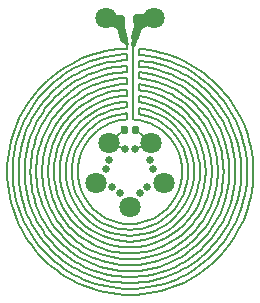
<source format=gbr>
G04 #@! TF.GenerationSoftware,KiCad,Pcbnew,5.0.2-bee76a0~70~ubuntu18.04.1*
G04 #@! TF.CreationDate,2019-06-24T09:26:36+02:00*
G04 #@! TF.ProjectId,PocketPCR_Lid,506f636b-6574-4504-9352-5f4c69642e6b,rev?*
G04 #@! TF.SameCoordinates,Original*
G04 #@! TF.FileFunction,Copper,L1,Top*
G04 #@! TF.FilePolarity,Positive*
%FSLAX46Y46*%
G04 Gerber Fmt 4.6, Leading zero omitted, Abs format (unit mm)*
G04 Created by KiCad (PCBNEW 5.0.2-bee76a0~70~ubuntu18.04.1) date Mo 24 Jun 2019 09:26:36 CEST*
%MOMM*%
%LPD*%
G01*
G04 APERTURE LIST*
G04 #@! TA.AperFunction,BGAPad,CuDef*
%ADD10C,1.800000*%
G04 #@! TD*
G04 #@! TA.AperFunction,Conductor*
%ADD11C,0.100000*%
G04 #@! TD*
G04 #@! TA.AperFunction,SMDPad,CuDef*
%ADD12C,0.590000*%
G04 #@! TD*
G04 #@! TA.AperFunction,ViaPad*
%ADD13C,0.650000*%
G04 #@! TD*
G04 #@! TA.AperFunction,Conductor*
%ADD14C,0.150000*%
G04 #@! TD*
G04 #@! TA.AperFunction,Conductor*
%ADD15C,0.650000*%
G04 #@! TD*
G04 #@! TA.AperFunction,Conductor*
%ADD16C,0.400000*%
G04 #@! TD*
G04 #@! TA.AperFunction,Conductor*
%ADD17C,0.300000*%
G04 #@! TD*
G04 APERTURE END LIST*
D10*
G04 #@! TO.P,SB2,1*
G04 #@! TO.N,N/C*
X98000000Y-87000000D03*
G04 #@! TD*
G04 #@! TO.P,SB2,1*
G04 #@! TO.N,N/C*
X102000000Y-87000000D03*
G04 #@! TD*
G04 #@! TO.P,ST2,1*
G04 #@! TO.N,Net-(NTC1-Pad1)*
X101763300Y-97572900D03*
G04 #@! TD*
G04 #@! TO.P,ST1,1*
G04 #@! TO.N,Net-(NTC1-Pad2)*
X98236600Y-97572900D03*
G04 #@! TD*
G04 #@! TO.P,HT1,1*
G04 #@! TO.N,Net-(HB1-Pad1)*
X97146800Y-100927000D03*
G04 #@! TD*
G04 #@! TO.P,HT2,1*
G04 #@! TO.N,Net-(HB1-Pad1)*
X100000000Y-103000000D03*
G04 #@! TD*
G04 #@! TO.P,CT1,1*
G04 #@! TO.N,Net-(CB1-Pad1)*
X102853000Y-100927000D03*
G04 #@! TD*
D11*
G04 #@! TO.N,Net-(NTC1-Pad2)*
G04 #@! TO.C,NTC1*
G36*
X99675958Y-96139710D02*
X99690276Y-96141834D01*
X99704317Y-96145351D01*
X99717946Y-96150228D01*
X99731031Y-96156417D01*
X99743447Y-96163858D01*
X99755073Y-96172481D01*
X99765798Y-96182202D01*
X99775519Y-96192927D01*
X99784142Y-96204553D01*
X99791583Y-96216969D01*
X99797772Y-96230054D01*
X99802649Y-96243683D01*
X99806166Y-96257724D01*
X99808290Y-96272042D01*
X99809000Y-96286500D01*
X99809000Y-96631500D01*
X99808290Y-96645958D01*
X99806166Y-96660276D01*
X99802649Y-96674317D01*
X99797772Y-96687946D01*
X99791583Y-96701031D01*
X99784142Y-96713447D01*
X99775519Y-96725073D01*
X99765798Y-96735798D01*
X99755073Y-96745519D01*
X99743447Y-96754142D01*
X99731031Y-96761583D01*
X99717946Y-96767772D01*
X99704317Y-96772649D01*
X99690276Y-96776166D01*
X99675958Y-96778290D01*
X99661500Y-96779000D01*
X99366500Y-96779000D01*
X99352042Y-96778290D01*
X99337724Y-96776166D01*
X99323683Y-96772649D01*
X99310054Y-96767772D01*
X99296969Y-96761583D01*
X99284553Y-96754142D01*
X99272927Y-96745519D01*
X99262202Y-96735798D01*
X99252481Y-96725073D01*
X99243858Y-96713447D01*
X99236417Y-96701031D01*
X99230228Y-96687946D01*
X99225351Y-96674317D01*
X99221834Y-96660276D01*
X99219710Y-96645958D01*
X99219000Y-96631500D01*
X99219000Y-96286500D01*
X99219710Y-96272042D01*
X99221834Y-96257724D01*
X99225351Y-96243683D01*
X99230228Y-96230054D01*
X99236417Y-96216969D01*
X99243858Y-96204553D01*
X99252481Y-96192927D01*
X99262202Y-96182202D01*
X99272927Y-96172481D01*
X99284553Y-96163858D01*
X99296969Y-96156417D01*
X99310054Y-96150228D01*
X99323683Y-96145351D01*
X99337724Y-96141834D01*
X99352042Y-96139710D01*
X99366500Y-96139000D01*
X99661500Y-96139000D01*
X99675958Y-96139710D01*
X99675958Y-96139710D01*
G37*
D12*
G04 #@! TD*
G04 #@! TO.P,NTC1,2*
G04 #@! TO.N,Net-(NTC1-Pad2)*
X99514000Y-96459000D03*
D11*
G04 #@! TO.N,Net-(NTC1-Pad1)*
G04 #@! TO.C,NTC1*
G36*
X100645958Y-96139710D02*
X100660276Y-96141834D01*
X100674317Y-96145351D01*
X100687946Y-96150228D01*
X100701031Y-96156417D01*
X100713447Y-96163858D01*
X100725073Y-96172481D01*
X100735798Y-96182202D01*
X100745519Y-96192927D01*
X100754142Y-96204553D01*
X100761583Y-96216969D01*
X100767772Y-96230054D01*
X100772649Y-96243683D01*
X100776166Y-96257724D01*
X100778290Y-96272042D01*
X100779000Y-96286500D01*
X100779000Y-96631500D01*
X100778290Y-96645958D01*
X100776166Y-96660276D01*
X100772649Y-96674317D01*
X100767772Y-96687946D01*
X100761583Y-96701031D01*
X100754142Y-96713447D01*
X100745519Y-96725073D01*
X100735798Y-96735798D01*
X100725073Y-96745519D01*
X100713447Y-96754142D01*
X100701031Y-96761583D01*
X100687946Y-96767772D01*
X100674317Y-96772649D01*
X100660276Y-96776166D01*
X100645958Y-96778290D01*
X100631500Y-96779000D01*
X100336500Y-96779000D01*
X100322042Y-96778290D01*
X100307724Y-96776166D01*
X100293683Y-96772649D01*
X100280054Y-96767772D01*
X100266969Y-96761583D01*
X100254553Y-96754142D01*
X100242927Y-96745519D01*
X100232202Y-96735798D01*
X100222481Y-96725073D01*
X100213858Y-96713447D01*
X100206417Y-96701031D01*
X100200228Y-96687946D01*
X100195351Y-96674317D01*
X100191834Y-96660276D01*
X100189710Y-96645958D01*
X100189000Y-96631500D01*
X100189000Y-96286500D01*
X100189710Y-96272042D01*
X100191834Y-96257724D01*
X100195351Y-96243683D01*
X100200228Y-96230054D01*
X100206417Y-96216969D01*
X100213858Y-96204553D01*
X100222481Y-96192927D01*
X100232202Y-96182202D01*
X100242927Y-96172481D01*
X100254553Y-96163858D01*
X100266969Y-96156417D01*
X100280054Y-96150228D01*
X100293683Y-96145351D01*
X100307724Y-96141834D01*
X100322042Y-96139710D01*
X100336500Y-96139000D01*
X100631500Y-96139000D01*
X100645958Y-96139710D01*
X100645958Y-96139710D01*
G37*
D12*
G04 #@! TD*
G04 #@! TO.P,NTC1,1*
G04 #@! TO.N,Net-(NTC1-Pad1)*
X100484000Y-96459000D03*
D13*
G04 #@! TO.N,*
X100628000Y-87014000D03*
X100651000Y-87747000D03*
X99244000Y-87765000D03*
X99271000Y-87040000D03*
G04 #@! TO.N,Net-(NTC1-Pad1)*
X100417000Y-98044000D03*
G04 #@! TO.N,Net-(NTC1-Pad2)*
X98268000Y-99001000D03*
X99583000Y-98045000D03*
G04 #@! TO.N,Net-(CB1-Pad1)*
X101730000Y-98999000D03*
X101990000Y-99791000D03*
G04 #@! TO.N,Net-(HB1-Pad1)*
X100813000Y-101827000D03*
X101487000Y-101338000D03*
X99187000Y-101828000D03*
X98512000Y-101338000D03*
X98011000Y-99792000D03*
G04 #@! TD*
D14*
G04 #@! TO.N,*
X90068180Y-96915910D02*
X90232000Y-96431710D01*
X100019895Y-110436120D02*
X99483665Y-110422520D01*
X96921250Y-109967520D02*
X96437080Y-109803680D01*
X107388075Y-92645960D02*
X107733105Y-93007880D01*
X107733105Y-93007880D02*
X108060615Y-93386010D01*
X108060615Y-93386010D02*
X108369955Y-93779690D01*
X108369955Y-93779690D02*
X108660475Y-94188260D01*
X108660475Y-94188260D02*
X108931515Y-94611090D01*
X108931515Y-94611090D02*
X109182415Y-95047490D01*
X109182415Y-95047490D02*
X109412535Y-95496840D01*
X109412535Y-95496840D02*
X109621205Y-95958460D01*
X109621205Y-95958460D02*
X109807785Y-96431710D01*
X109807785Y-96431710D02*
X109971605Y-96915910D01*
X109971605Y-96915910D02*
X110112025Y-97410440D01*
X110112025Y-97410440D02*
X110228375Y-97914610D01*
X110228375Y-97914610D02*
X110319975Y-98427800D01*
X110319975Y-98427800D02*
X110386275Y-98949350D01*
X110386275Y-98949350D02*
X110426475Y-99478580D01*
X110426475Y-99478580D02*
X110440075Y-100014850D01*
X90857370Y-104982220D02*
X90627250Y-104532870D01*
X89613310Y-99478580D02*
X89653510Y-98949350D01*
X96921250Y-90062190D02*
X97415730Y-89921750D01*
X93013590Y-92300900D02*
X93391690Y-91973360D01*
X110426475Y-100551120D02*
X110386275Y-101080360D01*
X90627250Y-95496840D02*
X90857370Y-95047490D01*
X103602705Y-109803690D02*
X103118535Y-109967520D01*
X102119925Y-89805390D02*
X102624055Y-89921750D01*
X90857370Y-95047490D02*
X91108270Y-94611090D01*
X89653510Y-98949350D02*
X89719810Y-98427810D01*
X107026185Y-92300910D02*
X107388075Y-92645960D01*
X99483665Y-110422520D02*
X98954490Y-110382320D01*
X109412535Y-104532870D02*
X109182415Y-104982220D01*
X89927760Y-97410440D02*
X90068180Y-96915910D01*
X91108270Y-94611090D02*
X91379310Y-94188260D01*
X109621205Y-104071250D02*
X109412535Y-104532870D01*
X94193870Y-108656270D02*
X93785330Y-108365720D01*
X108060615Y-106643700D02*
X107733105Y-107021830D01*
X103118535Y-109967520D02*
X102624055Y-110107960D01*
X91669830Y-106250020D02*
X91379310Y-105841440D01*
X106254455Y-108365720D02*
X105845915Y-108656270D01*
X109971605Y-103113800D02*
X109807785Y-103598000D01*
X106648095Y-91973360D02*
X107026185Y-92300910D01*
X89811410Y-97914610D02*
X89927760Y-97410440D01*
X101606785Y-110316020D02*
X101085295Y-110382320D01*
X98954490Y-110382320D02*
X98433000Y-110316020D01*
X97415730Y-110107960D02*
X96921250Y-109967520D01*
X93013600Y-107728800D02*
X92651710Y-107383750D01*
X93391690Y-91973360D02*
X93785330Y-91663990D01*
X101606785Y-89713690D02*
X102119925Y-89805390D01*
X93785330Y-91663990D02*
X94193870Y-91373440D01*
X90068180Y-103113800D02*
X89927760Y-102619270D01*
X95963890Y-109617100D02*
X95502310Y-109408390D01*
X102624055Y-110107960D02*
X102119925Y-110224320D01*
X106648095Y-108056340D02*
X106254455Y-108365720D01*
X89719810Y-101601900D02*
X89653510Y-101080360D01*
X104986775Y-109178260D02*
X104537475Y-109408390D01*
X95053020Y-90851450D02*
X95502310Y-90621310D01*
X108931515Y-105418610D02*
X108660475Y-105841440D01*
X105845915Y-108656270D02*
X105423135Y-108927330D01*
X106254455Y-91663990D02*
X106648095Y-91973360D01*
X104075895Y-109617100D02*
X103602705Y-109803690D01*
X93391690Y-108056340D02*
X93013600Y-107728800D01*
X98433000Y-89713690D02*
X98954490Y-89647390D01*
X92306680Y-93007880D02*
X92651710Y-92645960D01*
X91979170Y-106643700D02*
X91669830Y-106250020D01*
X95053020Y-109178260D02*
X94616650Y-108927330D01*
X110386275Y-101080360D02*
X110319975Y-101601910D01*
X110319975Y-101601910D02*
X110228375Y-102115090D01*
X91669830Y-93779700D02*
X91979170Y-93386010D01*
X92306680Y-107021830D02*
X91979170Y-106643700D01*
X94616650Y-91102370D02*
X95053020Y-90851450D01*
X89927760Y-102619270D02*
X89811410Y-102115090D01*
X110228375Y-102115090D02*
X110112025Y-102619270D01*
X95963890Y-90412610D02*
X96437080Y-90226020D01*
X92651710Y-92645960D02*
X93013590Y-92300900D01*
X90627250Y-104532870D02*
X90418580Y-104071250D01*
X100556115Y-110422520D02*
X100019895Y-110436120D01*
X94616650Y-108927330D02*
X94193870Y-108656270D01*
X95502310Y-90621310D02*
X95963890Y-90412610D01*
X101085295Y-89647390D02*
X101606785Y-89713690D01*
X89653510Y-101080360D02*
X89613310Y-100551120D01*
X103602705Y-90226030D02*
X104075895Y-90412610D01*
X91979170Y-93386010D02*
X92306680Y-93007880D01*
X97919860Y-89805390D02*
X98433000Y-89713690D01*
X91379310Y-94188260D02*
X91669830Y-93779700D01*
X96437080Y-90226020D02*
X96921250Y-90062190D01*
X94193870Y-91373440D02*
X94616650Y-91102370D01*
X109807785Y-103598000D02*
X109621205Y-104071250D01*
X104075895Y-90412610D02*
X104537475Y-90621310D01*
X90418580Y-95958460D02*
X90627250Y-95496840D01*
X91108270Y-105418610D02*
X90857370Y-104982220D01*
X101085295Y-110382320D02*
X100556115Y-110422520D01*
X96437080Y-109803680D02*
X95963890Y-109617100D01*
X105845915Y-91373440D02*
X106254455Y-91663990D01*
X104986765Y-90851450D02*
X105423135Y-91102370D01*
X89719810Y-98427810D02*
X89811410Y-97914610D01*
X89811410Y-102115090D02*
X89719810Y-101601900D01*
X90418580Y-104071250D02*
X90232000Y-103598000D01*
X104537475Y-90621310D02*
X104986765Y-90851450D01*
X103118535Y-90062190D02*
X103602705Y-90226030D01*
X108369955Y-106250010D02*
X108060615Y-106643700D01*
X104537475Y-109408390D02*
X104075895Y-109617100D01*
X92651710Y-107383750D02*
X92306680Y-107021830D01*
X89613310Y-100551120D02*
X89599710Y-100014850D01*
X105423135Y-91102370D02*
X105845915Y-91373440D01*
X97919870Y-110224320D02*
X97415730Y-110107960D01*
X90232000Y-96431710D02*
X90418580Y-95958460D01*
X109182415Y-104982220D02*
X108931515Y-105418610D01*
X105423135Y-108927330D02*
X104986775Y-109178260D01*
X110440075Y-100014850D02*
X110426475Y-100551120D01*
X89599710Y-100014850D02*
X89613310Y-99478580D01*
X95502310Y-109408390D02*
X95053020Y-109178260D01*
X102119925Y-110224320D02*
X101606785Y-110316020D01*
X107733105Y-107021830D02*
X107388075Y-107383750D01*
X98433000Y-110316020D02*
X97919870Y-110224320D01*
X102624055Y-89921750D02*
X103118535Y-90062190D01*
X93785330Y-108365720D02*
X93391690Y-108056340D01*
X107026195Y-107728810D02*
X106648095Y-108056340D01*
X110112025Y-102619270D02*
X109971605Y-103113800D01*
X108660475Y-105841440D02*
X108369955Y-106250010D01*
X97415730Y-89921750D02*
X97919860Y-89805390D01*
X91379310Y-105841440D02*
X91108270Y-105418610D01*
X107388075Y-107383750D02*
X107026195Y-107728810D01*
X90232000Y-103598000D02*
X90068180Y-103113800D01*
X95630463Y-107197730D02*
X95288635Y-106978580D01*
X95983277Y-107400590D02*
X95630463Y-107197730D01*
X96346546Y-107586650D02*
X95983277Y-107400590D01*
X92404933Y-103645030D02*
X92236215Y-103271840D01*
X92590988Y-104008300D02*
X92404933Y-103645030D01*
X92793853Y-104361110D02*
X92590988Y-104008300D01*
X105039931Y-106743700D02*
X104709619Y-106978590D01*
X105358203Y-106493590D02*
X105039931Y-106743700D01*
X105663900Y-106228790D02*
X105358203Y-106493590D01*
X99137721Y-108374010D02*
X98716084Y-108320410D01*
X99565578Y-108406510D02*
X99137721Y-108374010D01*
X99999127Y-108417510D02*
X99565578Y-108406510D01*
X101697056Y-108246310D02*
X101282171Y-108320410D01*
X102104658Y-108152210D02*
X101697056Y-108246310D01*
X102504461Y-108038680D02*
X102104658Y-108152210D01*
X93012993Y-104702940D02*
X92793853Y-104361110D01*
X93247882Y-105033260D02*
X93012993Y-104702940D01*
X93497995Y-105351530D02*
X93247882Y-105033260D01*
X91952913Y-97487120D02*
X92085369Y-97095650D01*
X91839381Y-97886920D02*
X91952913Y-97487120D01*
X91745311Y-98294520D02*
X91839381Y-97886920D01*
X101282174Y-91664600D02*
X101697060Y-91738700D01*
X91671221Y-98709410D02*
X91745311Y-98294520D01*
X91617641Y-99131040D02*
X91671221Y-98709410D01*
X91585101Y-99558900D02*
X91617641Y-99131040D01*
X93762799Y-94327680D02*
X94041764Y-94035080D01*
X93498000Y-94633370D02*
X93762799Y-94327680D01*
X93247891Y-94951640D02*
X93498000Y-94633370D01*
X96719745Y-92229540D02*
X97102337Y-92078690D01*
X96346550Y-92398260D02*
X96719745Y-92229540D01*
X95983281Y-92584310D02*
X96346550Y-92398260D01*
X94640051Y-106493580D02*
X94334356Y-106228780D01*
X94958323Y-106743690D02*
X94640051Y-106493580D01*
X95288635Y-106978580D02*
X94958323Y-106743690D01*
X104014977Y-107400600D02*
X103651708Y-107586650D01*
X104367789Y-107197730D02*
X104014977Y-107400600D01*
X104709619Y-106978590D02*
X104367789Y-107197730D01*
X91952909Y-102497780D02*
X91839381Y-102097980D01*
X92085362Y-102889250D02*
X91952909Y-102497780D01*
X92236215Y-103271840D02*
X92085362Y-102889250D01*
X95630470Y-92787180D02*
X95983281Y-92584310D01*
X95288640Y-93006320D02*
X95630470Y-92787180D01*
X94958327Y-93241210D02*
X95288640Y-93006320D01*
X100432675Y-108406510D02*
X99999127Y-108417510D01*
X100860533Y-108374010D02*
X100432675Y-108406510D01*
X101282171Y-108320410D02*
X100860533Y-108374010D01*
X93762797Y-105657220D02*
X93497995Y-105351530D01*
X94041760Y-105949820D02*
X93762797Y-105657220D01*
X94334356Y-106228780D02*
X94041760Y-105949820D01*
X107407266Y-104008310D02*
X107204403Y-104361120D01*
X107593322Y-103645040D02*
X107407266Y-104008310D01*
X107762039Y-103271850D02*
X107593322Y-103645040D01*
X102895921Y-107906220D02*
X102504461Y-108038680D01*
X103278513Y-107755370D02*
X102895921Y-107906220D01*
X103651708Y-107586650D02*
X103278513Y-107755370D01*
X92404937Y-96339870D02*
X92590993Y-95976600D01*
X92236220Y-96713060D02*
X92404937Y-96339870D01*
X92085369Y-97095650D02*
X92236220Y-96713060D01*
X108413163Y-100426010D02*
X108380623Y-100853870D01*
X108424123Y-99992460D02*
X108413163Y-100426010D01*
X107912889Y-102889260D02*
X107762039Y-103271850D01*
X108045345Y-102497790D02*
X107912889Y-102889260D01*
X108158873Y-102097990D02*
X108045345Y-102497790D01*
X108413158Y-99559010D02*
X108424118Y-99992560D01*
X108380628Y-99131150D02*
X108413158Y-99559010D01*
X108327048Y-98709510D02*
X108380628Y-99131150D01*
X108252958Y-98294630D02*
X108327048Y-98709510D01*
X106750375Y-94951750D02*
X106985264Y-95282070D01*
X106500262Y-94633480D02*
X106750375Y-94951750D01*
X106235461Y-94327790D02*
X106500262Y-94633480D01*
X105956498Y-94035190D02*
X106235461Y-94327790D01*
X108424118Y-99992560D02*
X108424123Y-99992460D01*
X94640056Y-93491320D02*
X94958327Y-93241210D01*
X94334359Y-93756120D02*
X94640056Y-93491320D01*
X94041764Y-94035080D02*
X94334359Y-93756120D01*
X108252953Y-101690390D02*
X108158873Y-102097990D01*
X108327043Y-101275500D02*
X108252953Y-101690390D01*
X108380623Y-100853870D02*
X108327043Y-101275500D01*
X104367794Y-92787280D02*
X104709622Y-93006430D01*
X104014981Y-92584420D02*
X104367794Y-92787280D01*
X103651712Y-92398370D02*
X104014981Y-92584420D01*
X103278517Y-92229650D02*
X103651712Y-92398370D01*
X96719741Y-107755360D02*
X96346546Y-107586650D01*
X97102338Y-107906220D02*
X96719741Y-107755360D01*
X97493793Y-108038670D02*
X97102338Y-107906220D01*
X98301202Y-91738600D02*
X98716087Y-91664500D01*
X97893588Y-108152210D02*
X97493793Y-108038670D01*
X98301198Y-108246310D02*
X97893588Y-108152210D01*
X98716084Y-108320410D02*
X98301198Y-108246310D01*
X105956494Y-105949830D02*
X105663900Y-106228790D01*
X106235459Y-105657230D02*
X105956494Y-105949830D01*
X106500259Y-105351540D02*
X106235459Y-105657230D01*
X91671211Y-101275500D02*
X91617631Y-100853860D01*
X91745301Y-101690380D02*
X91671211Y-101275500D01*
X91839381Y-102097980D02*
X91745301Y-101690380D01*
X91574141Y-99992450D02*
X91585101Y-99558900D01*
X91585101Y-100426000D02*
X91574141Y-99992450D01*
X91617631Y-100853860D02*
X91585101Y-100426000D01*
X106750368Y-105033270D02*
X106500259Y-105351540D01*
X106985261Y-104702950D02*
X106750368Y-105033270D01*
X107204403Y-104361120D02*
X106985261Y-104702950D01*
X97893590Y-91832700D02*
X98301202Y-91738600D01*
X97493797Y-91946230D02*
X97893590Y-91832700D01*
X97102337Y-92078690D02*
X97493797Y-91946230D01*
X107593324Y-96339980D02*
X107762042Y-96713170D01*
X107407269Y-95976710D02*
X107593324Y-96339980D01*
X107204404Y-95623900D02*
X107407269Y-95976710D01*
X106985264Y-95282070D02*
X107204404Y-95623900D01*
X105663901Y-93756230D02*
X105956498Y-94035190D01*
X105358206Y-93491430D02*
X105663901Y-93756230D01*
X105039935Y-93241320D02*
X105358206Y-93491430D01*
X104709622Y-93006430D02*
X105039935Y-93241320D01*
X93012998Y-95281960D02*
X93247891Y-94951640D01*
X92793856Y-95623790D02*
X93012998Y-95281960D01*
X92590993Y-95976600D02*
X92793856Y-95623790D01*
X102895930Y-92078800D02*
X103278517Y-92229650D01*
X102504465Y-91946340D02*
X102895930Y-92078800D01*
X102104669Y-91832800D02*
X102504465Y-91946340D01*
X101697060Y-91738700D02*
X102104669Y-91832800D01*
X108158878Y-97887030D02*
X108252958Y-98294630D01*
X108045349Y-97487230D02*
X108158878Y-97887030D01*
X107912895Y-97095760D02*
X108045349Y-97487230D01*
X107762042Y-96713170D02*
X107912895Y-97095760D01*
X97196442Y-90991240D02*
X97643693Y-90864240D01*
X92183815Y-94722880D02*
X92446584Y-94353360D01*
X93662007Y-93015940D02*
X94003989Y-92719710D01*
X91711722Y-95499970D02*
X91938663Y-95105280D01*
X91503582Y-95906350D02*
X91711722Y-95499970D01*
X91314840Y-96323840D02*
X91503582Y-95906350D01*
X92446584Y-94353360D02*
X92726382Y-93997320D01*
X90997907Y-97189770D02*
X91146085Y-96751840D01*
X90765661Y-98093000D02*
X90870901Y-97637020D01*
X93022613Y-93655340D02*
X93334686Y-93328010D01*
X90622841Y-99028810D02*
X90682781Y-98557130D01*
X90586441Y-100477470D02*
X90574181Y-99992460D01*
X90682781Y-101427790D02*
X90622841Y-100956110D01*
X91503580Y-104078570D02*
X91314838Y-103661080D01*
X91711720Y-104484960D02*
X91503580Y-104078570D01*
X91938663Y-104879640D02*
X91711720Y-104484960D01*
X92183813Y-105262040D02*
X91938663Y-104879640D01*
X92446583Y-105631560D02*
X92183813Y-105262040D01*
X92726380Y-105987610D02*
X92446583Y-105631560D01*
X93022613Y-106329590D02*
X92726380Y-105987610D01*
X93334684Y-106656910D02*
X93022613Y-106329590D01*
X93662005Y-106968990D02*
X93334684Y-106656910D01*
X94003987Y-107265220D02*
X93662005Y-106968990D01*
X107551683Y-94353370D02*
X107814453Y-94722880D01*
X108852185Y-96751840D02*
X109000361Y-97189770D01*
X108683428Y-96323840D02*
X108852185Y-96751840D01*
X109411837Y-99507450D02*
X109424097Y-99992460D01*
X108286546Y-95499970D02*
X108494685Y-95906360D01*
X95111952Y-108052940D02*
X94729552Y-107807780D01*
X108059607Y-95105280D02*
X108286546Y-95499970D01*
X96330517Y-91308170D02*
X96758519Y-91139410D01*
X109411829Y-100477470D02*
X109375429Y-100956110D01*
X107814453Y-94722880D02*
X108059607Y-95105280D01*
X95506640Y-108279880D02*
X95111952Y-108052940D01*
X108852187Y-103233080D02*
X108683432Y-103661080D01*
X106975657Y-93655340D02*
X107271886Y-93997320D01*
X90622841Y-100956110D02*
X90586441Y-100477470D01*
X99514128Y-109405140D02*
X99035488Y-109368740D01*
X106336261Y-93015940D02*
X106663582Y-93328010D01*
X100962781Y-90616190D02*
X101434461Y-90676090D01*
X91146085Y-96751840D02*
X91314840Y-96323840D01*
X101434461Y-90676090D02*
X101898590Y-90758990D01*
X92726382Y-93997320D02*
X93022613Y-93655340D01*
X90586441Y-99507450D02*
X90622841Y-99028810D01*
X105638235Y-92439910D02*
X105994279Y-92719710D01*
X103239752Y-108845520D02*
X102801829Y-108993690D01*
X102354578Y-109120690D02*
X101898593Y-109225940D01*
X107271886Y-93997320D02*
X107551683Y-94353370D01*
X102354575Y-90864250D02*
X102801826Y-90991240D01*
X109424097Y-99992460D02*
X109424089Y-99992460D01*
X101898590Y-90758990D02*
X102354575Y-90864250D01*
X104085240Y-91496910D02*
X104491626Y-91705050D01*
X96758519Y-91139410D02*
X97196442Y-90991240D01*
X105994279Y-92719710D02*
X106336261Y-93015940D01*
X103239749Y-91139420D02*
X103667751Y-91308170D01*
X95913028Y-91496910D02*
X96330517Y-91308170D01*
X91938663Y-95105280D02*
X92183815Y-94722880D01*
X109000361Y-97189770D02*
X109127365Y-97637020D01*
X108494685Y-95906360D02*
X108683428Y-96323840D01*
X104491626Y-91705050D02*
X104886314Y-91931990D01*
X105268714Y-92177140D02*
X105638235Y-92439910D01*
X109375429Y-100956110D02*
X109315489Y-101427790D01*
X90870901Y-97637020D02*
X90997907Y-97189770D01*
X98099677Y-109225940D02*
X97643692Y-109120680D01*
X106663586Y-106656910D02*
X106336263Y-106968980D01*
X95111952Y-91931990D02*
X95506642Y-91705050D01*
X104085244Y-108488020D02*
X103667754Y-108676760D01*
X109000364Y-102795150D02*
X108852187Y-103233080D01*
X91314838Y-103661080D02*
X91146082Y-103233080D01*
X108683432Y-103661080D02*
X108494689Y-104078570D01*
X94729552Y-107807780D02*
X94360034Y-107545010D01*
X101434462Y-109308840D02*
X100962782Y-109368740D01*
X108494689Y-104078570D02*
X108286550Y-104484960D01*
X95913026Y-108488020D02*
X95506640Y-108279880D01*
X90574181Y-99992460D02*
X90586441Y-99507450D01*
X94360034Y-107545010D02*
X94003987Y-107265220D01*
X108286550Y-104484960D02*
X108059611Y-104879650D01*
X109315489Y-101427790D02*
X109232609Y-101891920D01*
X100962782Y-109368740D02*
X100484141Y-109405140D01*
X94360033Y-92439910D02*
X94729554Y-92177140D01*
X102801826Y-90991240D02*
X103239749Y-91139420D01*
X104886317Y-108052940D02*
X104491630Y-108279880D01*
X104886314Y-91931990D02*
X105268714Y-92177140D01*
X108059611Y-104879650D02*
X107814457Y-105262040D01*
X91146082Y-103233080D02*
X90997906Y-102795150D01*
X107814457Y-105262040D02*
X107551685Y-105631560D01*
X90997906Y-102795150D02*
X90870903Y-102347900D01*
X107551685Y-105631560D02*
X107271890Y-105987610D01*
X109375437Y-99028810D02*
X109411837Y-99507450D01*
X96758518Y-108845510D02*
X96330516Y-108676760D01*
X95506642Y-91705050D02*
X95913028Y-91496910D01*
X90870903Y-102347900D02*
X90765661Y-101891920D01*
X109424089Y-99992460D02*
X109411829Y-100477470D01*
X106663582Y-93328010D02*
X106975657Y-93655340D01*
X103667754Y-108676760D02*
X103239752Y-108845520D01*
X107271890Y-105987610D02*
X106975659Y-106329590D01*
X96330516Y-108676760D02*
X95913026Y-108488020D01*
X93334686Y-93328010D02*
X93662007Y-93015940D01*
X90682781Y-98557130D02*
X90765661Y-98093000D01*
X106975659Y-106329590D02*
X106663586Y-106656910D01*
X98099678Y-90758990D02*
X98563808Y-90676090D01*
X109232607Y-98093000D02*
X109315497Y-98557130D01*
X105994283Y-107265220D02*
X105638239Y-107545010D01*
X98563808Y-90676090D02*
X99035487Y-90616190D01*
X109315497Y-98557130D02*
X109375437Y-99028810D01*
X105638239Y-107545010D02*
X105268718Y-107807780D01*
X94003989Y-92719710D02*
X94360033Y-92439910D01*
X105268718Y-107807780D02*
X104886317Y-108052940D01*
X94729554Y-92177140D02*
X95111952Y-91931990D01*
X104491630Y-108279880D02*
X104085244Y-108488020D01*
X103667751Y-91308170D02*
X104085240Y-91496910D01*
X102801829Y-108993690D02*
X102354578Y-109120690D01*
X90765661Y-101891920D02*
X90682781Y-101427790D01*
X101898593Y-109225940D02*
X101434462Y-109308840D01*
X97643693Y-90864240D02*
X98099678Y-90758990D01*
X109127365Y-97637020D02*
X109232607Y-98093000D01*
X106336263Y-106968980D02*
X105994283Y-107265220D01*
X97643692Y-109120680D02*
X97196441Y-108993690D01*
X109232609Y-101891920D02*
X109127370Y-102347900D01*
X109127370Y-102347900D02*
X109000364Y-102795150D01*
X100484141Y-109405140D02*
X99999135Y-109417440D01*
X99999135Y-109417440D02*
X99514128Y-109405140D01*
X99035488Y-109368740D02*
X98563807Y-109308840D01*
X98563807Y-109308840D02*
X98099677Y-109225940D01*
X97196441Y-108993690D02*
X96758518Y-108845510D01*
X96930439Y-91609110D02*
X97345129Y-91468800D01*
X96525146Y-91768910D02*
X96930439Y-91609110D01*
X95744982Y-92144740D02*
X96129808Y-91947640D01*
X95371232Y-92359640D02*
X95744982Y-92144740D01*
X95009121Y-92591780D02*
X95371232Y-92359640D01*
X94659209Y-92840610D02*
X95009121Y-92591780D01*
X94322052Y-93105570D02*
X94659209Y-92840610D01*
X93688259Y-93681600D02*
X93998217Y-93386080D01*
X92366302Y-95364570D02*
X92598448Y-95002460D01*
X92151401Y-95738320D02*
X92366302Y-95364570D01*
X91954306Y-96123140D02*
X92151401Y-95738320D01*
X91615773Y-96923770D02*
X91775577Y-96518480D01*
X91475459Y-97338460D02*
X91615773Y-96923770D01*
X91355193Y-97761980D02*
X91475459Y-97338460D01*
X91177043Y-98633280D02*
X91255533Y-98193780D01*
X91120283Y-99079940D02*
X91177043Y-98633280D01*
X91074203Y-99992460D02*
X91085813Y-99533190D01*
X91085813Y-100451740D02*
X91074203Y-99992460D01*
X91355193Y-102222940D02*
X91255533Y-101791140D01*
X91475460Y-102646460D02*
X91355193Y-102222940D01*
X93392743Y-93991550D02*
X93688259Y-93681600D01*
X91615775Y-103061150D02*
X91475460Y-102646460D01*
X91954307Y-103861780D02*
X91775578Y-103466440D01*
X92151403Y-104246600D02*
X91954307Y-103861780D01*
X92366305Y-104620350D02*
X92151403Y-104246600D01*
X92598449Y-104982460D02*
X92366305Y-104620350D01*
X93112230Y-105669530D02*
X92847278Y-105332380D01*
X93392746Y-105993360D02*
X93112230Y-105669530D01*
X96129808Y-91947640D02*
X96525146Y-91768910D01*
X93688260Y-106303320D02*
X93392746Y-105993360D01*
X93998219Y-106598840D02*
X93688260Y-106303320D01*
X94659207Y-107144310D02*
X94322053Y-106879350D01*
X108912435Y-100451740D02*
X108877965Y-100904980D01*
X108821207Y-98633280D02*
X108877967Y-99079940D01*
X108742717Y-98193780D02*
X108821207Y-98633280D01*
X92847278Y-105332380D02*
X92598449Y-104982460D01*
X108877965Y-100904980D02*
X108821205Y-101351640D01*
X101797806Y-108736090D02*
X101358305Y-108814590D01*
X107846847Y-95738320D02*
X108043942Y-96123140D01*
X108043942Y-96123140D02*
X108222671Y-96518480D01*
X107399800Y-95002460D02*
X107631944Y-95364570D01*
X108924045Y-99992460D02*
X108912435Y-100451740D01*
X108222671Y-96518480D02*
X108382474Y-96923780D01*
X92598448Y-95002460D02*
X92847279Y-94652540D01*
X108877967Y-99079940D02*
X108912437Y-99533190D01*
X91255533Y-101791140D02*
X91177043Y-101351640D01*
X100458398Y-108905890D02*
X99999125Y-108917490D01*
X91255533Y-98193780D02*
X91355193Y-97761980D01*
X91085813Y-99533190D02*
X91120283Y-99079940D01*
X108643057Y-97761980D02*
X108742717Y-98193780D01*
X107150971Y-94652540D02*
X107399800Y-95002460D01*
X101358300Y-91170330D02*
X101797805Y-91248830D01*
X96525147Y-108216010D02*
X96129806Y-108037280D01*
X101358305Y-108814590D02*
X100911645Y-108871390D01*
X92847279Y-94652540D02*
X93112229Y-94315390D01*
X106886019Y-94315390D02*
X107150971Y-94652540D01*
X94322053Y-106879350D02*
X93998219Y-106598840D01*
X101797805Y-91248830D02*
X102229595Y-91348530D01*
X108043943Y-103861780D02*
X107846847Y-104246600D01*
X93998217Y-93386080D02*
X94322052Y-93105570D01*
X105339040Y-107144310D02*
X104989127Y-107393140D01*
X98639944Y-91170330D02*
X99086604Y-91113530D01*
X108522790Y-102646460D02*
X108382476Y-103061150D01*
X106605503Y-93991560D02*
X106886019Y-94315390D01*
X97345130Y-108516120D02*
X96930444Y-108375800D01*
X108912437Y-99533190D02*
X108924045Y-99992460D01*
X103067810Y-108375810D02*
X102653120Y-108516120D01*
X91177043Y-101351640D02*
X91120283Y-100904980D01*
X105676197Y-106879350D02*
X105339040Y-107144310D01*
X99999125Y-108917490D02*
X99539850Y-108905890D01*
X108382474Y-96923780D02*
X108522789Y-97338460D01*
X97768648Y-91348530D02*
X98200443Y-91248830D01*
X103868441Y-108037280D02*
X103473103Y-108216010D01*
X105676196Y-93105570D02*
X106000031Y-93386080D01*
X103473102Y-91768910D02*
X103868443Y-91947640D01*
X103868443Y-91947640D02*
X104253266Y-92144740D01*
X104253266Y-92144740D02*
X104627013Y-92359640D01*
X104989127Y-92591780D02*
X105339042Y-92840610D01*
X93112229Y-94315390D02*
X93392743Y-93991550D01*
X91775578Y-103466440D02*
X91615775Y-103061150D01*
X107631944Y-95364570D02*
X107846847Y-95738320D01*
X106309989Y-93681600D02*
X106605503Y-93991560D01*
X102229595Y-91348530D02*
X102653119Y-91468800D01*
X104627013Y-92359640D02*
X104989127Y-92591780D01*
X102653120Y-108516120D02*
X102229601Y-108636390D01*
X108742715Y-101791140D02*
X108643055Y-102222940D01*
X102653119Y-91468800D02*
X103067805Y-91609120D01*
X104627017Y-107625280D02*
X104253267Y-107840180D01*
X108382476Y-103061150D02*
X108222672Y-103466440D01*
X108222672Y-103466440D02*
X108043943Y-103861780D01*
X107846847Y-104246600D02*
X107631946Y-104620350D01*
X91775577Y-96518480D02*
X91954306Y-96123140D01*
X108522789Y-97338460D02*
X108643057Y-97761980D01*
X104989127Y-107393140D02*
X104627017Y-107625280D01*
X103067805Y-91609120D02*
X103473102Y-91768910D01*
X107631946Y-104620350D02*
X107399801Y-104982460D01*
X104253267Y-107840180D02*
X103868441Y-108037280D01*
X98200443Y-91248830D02*
X98639944Y-91170330D01*
X108643055Y-102222940D02*
X108522790Y-102646460D01*
X103473103Y-108216010D02*
X103067810Y-108375810D01*
X106605506Y-105993370D02*
X106309990Y-106303320D01*
X96129806Y-108037280D02*
X95744983Y-107840180D01*
X105339042Y-92840610D02*
X105676196Y-93105570D01*
X96930444Y-108375800D02*
X96525147Y-108216010D01*
X97345129Y-91468800D02*
X97768648Y-91348530D01*
X95371236Y-107625280D02*
X95009123Y-107393140D01*
X106000031Y-93386080D02*
X106309989Y-93681600D01*
X106886020Y-105669530D02*
X106605506Y-105993370D01*
X106000032Y-106598840D02*
X105676197Y-106879350D01*
X102229601Y-108636390D02*
X101797806Y-108736090D01*
X100911645Y-108871390D02*
X100458398Y-108905890D01*
X91120283Y-100904980D02*
X91085813Y-100451740D01*
X108821205Y-101351640D02*
X108742715Y-101791140D01*
X107399801Y-104982460D02*
X107150970Y-105332380D01*
X99539850Y-108905890D02*
X99086605Y-108871390D01*
X99086605Y-108871390D02*
X98639949Y-108814590D01*
X98639949Y-108814590D02*
X98200444Y-108736090D01*
X106309990Y-106303320D02*
X106000032Y-106598840D01*
X98200444Y-108736090D02*
X97768654Y-108636390D01*
X97768654Y-108636390D02*
X97345130Y-108516120D01*
X95744983Y-107840180D02*
X95371236Y-107625280D01*
X107150970Y-105332380D02*
X106886020Y-105669530D01*
X95009123Y-107393140D02*
X94659207Y-107144310D01*
X98018570Y-92317020D02*
X98401982Y-92228520D01*
X96563344Y-92849010D02*
X96914389Y-92690300D01*
X97274273Y-92548400D02*
X97642499Y-92423810D01*
X95568224Y-93420980D02*
X95889765Y-93214850D01*
X96914389Y-92690300D02*
X97274273Y-92548400D01*
X95257513Y-93641920D02*
X95568224Y-93420980D01*
X94132948Y-94663910D02*
X94395354Y-94388680D01*
X98401982Y-92228520D02*
X98792245Y-92158820D01*
X93221512Y-95883090D02*
X93427647Y-95561550D01*
X92555076Y-97267600D02*
X92696973Y-96907720D01*
X93883863Y-94951460D02*
X94132948Y-94663910D01*
X92323689Y-98011900D02*
X92430481Y-97635830D01*
X92235199Y-98395310D02*
X92323689Y-98011900D01*
X92165509Y-98785570D02*
X92235199Y-98395310D01*
X92084499Y-99584640D02*
X92115109Y-99182180D01*
X92084509Y-100400280D02*
X92074189Y-99992460D01*
X92165509Y-101199350D02*
X92115109Y-100802740D01*
X94958135Y-93877190D02*
X95257513Y-93641920D01*
X92235199Y-101589610D02*
X92165509Y-101199350D01*
X92430479Y-102349090D02*
X92323689Y-101973030D01*
X92555074Y-102717320D02*
X92430479Y-102349090D01*
X92696971Y-103077200D02*
X92555074Y-102717320D01*
X92855675Y-103428250D02*
X92696971Y-103077200D01*
X93030687Y-103769960D02*
X92855675Y-103428250D01*
X93221508Y-104101830D02*
X93030687Y-103769960D01*
X92855678Y-96556670D02*
X93030689Y-96214960D01*
X93427645Y-104423370D02*
X93221508Y-104101830D01*
X92696973Y-96907720D02*
X92855678Y-96556670D01*
X93648595Y-104734080D02*
X93427645Y-104423370D01*
X94132946Y-105321010D02*
X93883861Y-105033460D01*
X95568221Y-106563940D02*
X95257514Y-106342990D01*
X107913766Y-100400280D02*
X107883156Y-100802740D01*
X94670578Y-105858650D02*
X94395352Y-105596240D01*
X103434920Y-107135910D02*
X103083876Y-107294620D01*
X107913757Y-99584640D02*
X107924067Y-99992460D01*
X94395354Y-94388680D02*
X94670582Y-94126280D01*
X98018564Y-107667900D02*
X97642496Y-107561110D01*
X107674577Y-98011890D02*
X107763067Y-98395310D01*
X93427647Y-95561550D02*
X93648595Y-95250840D01*
X107924067Y-99992460D02*
X107924076Y-99992460D01*
X103776628Y-106960900D02*
X103434920Y-107135910D01*
X99591315Y-107907100D02*
X99188852Y-107876500D01*
X107142591Y-96556670D02*
X107301295Y-96907720D01*
X97274268Y-107436520D02*
X96914386Y-107294620D01*
X106570621Y-95561550D02*
X106776758Y-95883090D01*
X101979695Y-107667900D02*
X101596283Y-107756400D01*
X106967575Y-103769960D02*
X106776752Y-104101830D01*
X99188852Y-107876500D02*
X98792237Y-107826100D01*
X94670582Y-94126280D02*
X94958135Y-93877190D01*
X92323689Y-101973030D02*
X92235199Y-101589610D01*
X101596286Y-92228520D02*
X101979701Y-92317020D01*
X107763066Y-101589610D02*
X107674576Y-101973020D01*
X101206028Y-92158820D02*
X101596286Y-92228520D01*
X96221636Y-93024020D02*
X96563344Y-92849010D01*
X106114401Y-105033460D02*
X105865316Y-105321010D01*
X107443192Y-97267600D02*
X107567787Y-97635830D01*
X92115109Y-100802740D02*
X92084509Y-100400280D01*
X95257514Y-106342990D02*
X94958133Y-106107730D01*
X107301295Y-96907720D02*
X107443192Y-97267600D01*
X105040133Y-93877190D02*
X105327688Y-94126270D01*
X105327682Y-105858640D02*
X105040129Y-106107730D01*
X102355766Y-107561110D02*
X101979695Y-107667900D01*
X102723997Y-92548400D02*
X103083879Y-92690300D01*
X96914386Y-107294620D02*
X96563340Y-107135920D01*
X106776758Y-95883090D02*
X106967579Y-96214960D01*
X95889765Y-93214850D02*
X96221636Y-93024020D01*
X107567787Y-97635830D02*
X107674577Y-98011890D01*
X93030689Y-96214960D02*
X93221512Y-95883090D01*
X93883861Y-105033460D02*
X93648595Y-104734080D01*
X106114405Y-94951460D02*
X106349671Y-95250840D01*
X105602914Y-94388680D02*
X105865320Y-94663910D01*
X104430041Y-106563940D02*
X104108500Y-106770070D01*
X105327688Y-94126270D02*
X105602914Y-94388680D01*
X103434926Y-92849000D02*
X103776632Y-93024020D01*
X105040129Y-106107730D02*
X104740751Y-106343000D01*
X100809410Y-107876500D02*
X100406947Y-107907100D01*
X92074189Y-99992460D02*
X92084499Y-99584640D01*
X101979701Y-92317020D02*
X102355769Y-92423810D01*
X107763067Y-98395310D02*
X107832757Y-98785570D01*
X102355769Y-92423810D02*
X102723997Y-92548400D01*
X103083879Y-92690300D02*
X103434926Y-92849000D01*
X106967579Y-96214960D02*
X107142591Y-96556670D01*
X107674576Y-101973020D02*
X107567783Y-102349090D01*
X105865320Y-94663910D02*
X106114405Y-94951460D01*
X94395352Y-105596240D02*
X94132946Y-105321010D01*
X107832757Y-98785570D02*
X107883157Y-99182180D01*
X106349669Y-104734080D02*
X106114401Y-105033460D01*
X104430044Y-93420980D02*
X104740751Y-93641930D01*
X107883157Y-99182180D02*
X107913757Y-99584640D01*
X104108504Y-93214840D02*
X104430044Y-93420980D01*
X93648595Y-95250840D02*
X93883863Y-94951460D01*
X103776632Y-93024020D02*
X104108504Y-93214840D01*
X97642499Y-92423810D02*
X98018570Y-92317020D01*
X104740751Y-93641930D02*
X105040133Y-93877190D01*
X107883156Y-100802740D02*
X107832756Y-101199350D01*
X107567783Y-102349090D02*
X107443188Y-102717320D01*
X100406947Y-107907100D02*
X99999131Y-107917400D01*
X107832756Y-101199350D02*
X107763066Y-101589610D01*
X107443188Y-102717320D02*
X107301291Y-103077200D01*
X106570617Y-104423370D02*
X106349669Y-104734080D01*
X92115109Y-99182180D02*
X92165509Y-98785570D01*
X107142586Y-103428250D02*
X106967575Y-103769960D01*
X92430481Y-97635830D02*
X92555076Y-97267600D01*
X98792237Y-107826100D02*
X98401979Y-107756400D01*
X105865316Y-105321010D02*
X105602910Y-105596240D01*
X95889761Y-106770080D02*
X95568221Y-106563940D01*
X105602910Y-105596240D02*
X105327682Y-105858640D01*
X104740751Y-106343000D02*
X104430041Y-106563940D01*
X104108500Y-106770070D02*
X103776628Y-106960900D01*
X107301291Y-103077200D02*
X107142586Y-103428250D01*
X103083876Y-107294620D02*
X102723991Y-107436520D01*
X106349671Y-95250840D02*
X106570621Y-95561550D01*
X102723991Y-107436520D02*
X102355766Y-107561110D01*
X97642496Y-107561110D02*
X97274268Y-107436520D01*
X101596283Y-107756400D02*
X101206020Y-107826100D01*
X101206020Y-107826100D02*
X100809410Y-107876500D01*
X94958133Y-106107730D02*
X94670578Y-105858650D01*
X106776752Y-104101830D02*
X106570617Y-104423370D01*
X99999131Y-107917400D02*
X99591315Y-107907100D01*
X98401979Y-107756400D02*
X98018564Y-107667900D01*
X96563340Y-107135920D02*
X96221634Y-106960900D01*
X107924076Y-99992460D02*
X107913766Y-100400280D01*
X96221634Y-106960900D02*
X95889761Y-106770080D01*
X102380156Y-93487740D02*
X102058400Y-93378870D01*
X102694632Y-93611730D02*
X102380156Y-93487740D01*
X103299969Y-93903340D02*
X103001380Y-93750410D01*
X103870929Y-94250210D02*
X103589964Y-94070090D01*
X104142429Y-94443280D02*
X103870929Y-94250210D01*
X104404033Y-94648850D02*
X104142429Y-94443280D01*
X104655302Y-94866510D02*
X104404033Y-94648850D01*
X105125094Y-95336300D02*
X104895799Y-95095800D01*
X105548323Y-95849170D02*
X105342746Y-95587570D01*
X106503860Y-97611440D02*
X106379868Y-97296970D01*
X106612732Y-97933200D02*
X106503860Y-97611440D01*
X106706052Y-98261810D02*
X106612732Y-97933200D01*
X106844282Y-98937860D02*
X106783382Y-98596850D01*
X106888322Y-99284430D02*
X106844282Y-98937860D01*
X106924062Y-99992460D02*
X106915062Y-99636110D01*
X106783378Y-101388070D02*
X106844278Y-101047060D01*
X106706048Y-101723100D02*
X106783378Y-101388070D01*
X106503866Y-102373480D02*
X106612738Y-102051720D01*
X106379874Y-102687950D02*
X106503866Y-102373480D01*
X106241195Y-102994700D02*
X106379874Y-102687950D01*
X106088268Y-103293290D02*
X106241195Y-102994700D01*
X105921523Y-103583290D02*
X106088268Y-103293290D01*
X105741401Y-103864250D02*
X105921523Y-103583290D01*
X105548330Y-104135750D02*
X105741401Y-103864250D01*
X104895799Y-95095800D02*
X104655302Y-94866510D01*
X105342753Y-104397360D02*
X105548330Y-104135750D01*
X106241189Y-96990220D02*
X106088261Y-96691630D01*
X104142436Y-105541650D02*
X104404040Y-105336070D01*
X93109968Y-100700490D02*
X93154008Y-101047060D01*
X93757090Y-96990220D02*
X93618412Y-97296970D01*
X93074228Y-99992460D02*
X93083228Y-100348810D01*
X93083228Y-100348810D02*
X93109968Y-100700490D01*
X103001380Y-93750410D02*
X102694632Y-93611730D01*
X93154008Y-101047060D02*
X93214908Y-101388070D01*
X103589964Y-94070090D02*
X103299969Y-93903340D01*
X93292228Y-98261820D02*
X93214908Y-98596850D01*
X102058400Y-93378870D02*
X101729783Y-93285570D01*
X93385548Y-97933200D02*
X93292228Y-98261820D01*
X106783382Y-98596850D02*
X106706052Y-98261810D01*
X93494419Y-97611440D02*
X93385548Y-97933200D01*
X102694637Y-106373190D02*
X103001387Y-106234520D01*
X106088261Y-96691630D02*
X105921520Y-96401640D01*
X94655533Y-104397360D02*
X94873189Y-104648620D01*
X106844278Y-101047060D02*
X106888318Y-100700490D01*
X94076762Y-96401640D02*
X93910019Y-96691630D01*
X96408314Y-105914850D02*
X96698311Y-106081590D01*
X106924058Y-99992460D02*
X106924062Y-99992460D01*
X100355500Y-106908360D02*
X100707177Y-106881560D01*
X106612738Y-102051720D02*
X106706048Y-101723100D01*
X93214908Y-98596850D02*
X93154008Y-98937860D01*
X94256886Y-96120670D02*
X94076762Y-96401640D01*
X93618412Y-102687950D02*
X93757091Y-102994700D01*
X93109968Y-99284430D02*
X93083228Y-99636110D01*
X94873190Y-95336300D02*
X94655534Y-95587570D01*
X94449952Y-104135760D02*
X94655533Y-104397360D01*
X97303649Y-106373190D02*
X97618125Y-106497190D01*
X95342977Y-94866510D02*
X95102481Y-95095800D01*
X98603527Y-93208270D02*
X98268490Y-93285570D01*
X103589970Y-105914850D02*
X103870936Y-105734720D01*
X93618412Y-97296970D02*
X93494419Y-97611440D01*
X98944541Y-93147370D02*
X98603527Y-93208270D01*
X102058405Y-106606060D02*
X102380166Y-106497180D01*
X105342746Y-95587570D02*
X105125094Y-95336300D01*
X94655534Y-95587570D02*
X94449953Y-95849170D01*
X93083228Y-99636110D02*
X93074228Y-99992460D01*
X93154008Y-98937860D02*
X93109968Y-99284430D01*
X97303648Y-93611730D02*
X96996900Y-93750410D01*
X95102481Y-95095800D02*
X94873190Y-95336300D01*
X93385548Y-102051720D02*
X93494421Y-102373480D01*
X101729796Y-106699360D02*
X102058405Y-106606060D01*
X98268490Y-93285570D02*
X97939880Y-93378870D01*
X105921520Y-96401640D02*
X105741394Y-96120670D01*
X97939880Y-93378870D02*
X97618118Y-93487740D01*
X93910018Y-103293290D02*
X94076763Y-103583290D01*
X103001387Y-106234520D02*
X103299975Y-106081590D01*
X97618118Y-93487740D02*
X97303648Y-93611730D01*
X101394753Y-93208270D02*
X101053737Y-93147370D01*
X96127350Y-105734720D02*
X96408314Y-105914850D01*
X93494421Y-102373480D02*
X93618412Y-102687950D01*
X95855848Y-94443270D02*
X95594247Y-94648850D01*
X98603528Y-106776660D02*
X98944549Y-106837560D01*
X105741394Y-96120670D02*
X105548323Y-95849170D01*
X93910019Y-96691630D02*
X93757090Y-96990220D01*
X94873189Y-104648620D02*
X95102480Y-104889120D01*
X106888318Y-100700490D02*
X106915058Y-100348820D01*
X98944549Y-106837560D02*
X99291109Y-106881560D01*
X94449953Y-95849170D02*
X94256886Y-96120670D01*
X96127351Y-94250210D02*
X95855848Y-94443270D01*
X95594247Y-94648850D02*
X95342977Y-94866510D01*
X102380166Y-106497180D02*
X102694637Y-106373190D01*
X93214908Y-101388070D02*
X93292228Y-101723110D01*
X106379868Y-97296970D02*
X106241189Y-96990220D01*
X103870936Y-105734720D02*
X104142436Y-105541650D01*
X96698311Y-93903340D02*
X96408318Y-94070090D01*
X93292228Y-101723110D02*
X93385548Y-102051720D01*
X106915062Y-99636110D02*
X106888322Y-99284430D01*
X93757091Y-102994700D02*
X93910018Y-103293290D01*
X101729783Y-93285570D02*
X101394753Y-93208270D01*
X95855848Y-105541650D02*
X96127350Y-105734720D01*
X98268498Y-106699360D02*
X98603528Y-106776660D01*
X95102480Y-104889120D02*
X95342980Y-105118420D01*
X106915058Y-100348820D02*
X106924058Y-99992460D01*
X104655306Y-105118420D02*
X104895806Y-104889120D01*
X96996900Y-93750410D02*
X96698311Y-93903340D01*
X99291109Y-106881560D02*
X99642787Y-106908360D01*
X104895806Y-104889120D02*
X105125101Y-104648630D01*
X95342980Y-105118420D02*
X95594246Y-105336070D01*
X99642787Y-106908360D02*
X99999143Y-106917360D01*
X105125101Y-104648630D02*
X105342753Y-104397360D01*
X95594246Y-105336070D02*
X95855848Y-105541650D01*
X99999143Y-106917360D02*
X100355500Y-106908360D01*
X96698311Y-106081590D02*
X96996902Y-106234510D01*
X100707177Y-106881560D02*
X101053742Y-106837560D01*
X94256885Y-103864250D02*
X94449952Y-104135760D01*
X96996902Y-106234510D02*
X97303649Y-106373190D01*
X104404040Y-105336070D02*
X104655306Y-105118420D01*
X97618125Y-106497190D02*
X97939881Y-106606060D01*
X97939881Y-106606060D02*
X98268498Y-106699360D01*
X96408318Y-94070090D02*
X96127351Y-94250210D01*
X101053742Y-106837560D02*
X101394758Y-106776660D01*
X101394758Y-106776660D02*
X101729796Y-106699360D01*
X94076763Y-103583290D02*
X94256885Y-103864250D01*
X103299975Y-106081590D02*
X103589970Y-105914850D01*
X101495500Y-92718380D02*
X101129865Y-92653080D01*
X101854722Y-92801280D02*
X101495500Y-92718380D01*
X102207064Y-92901340D02*
X101854722Y-92801280D01*
X102552056Y-93018070D02*
X102207064Y-92901340D01*
X102889235Y-93151020D02*
X102552056Y-93018070D01*
X103218128Y-93299710D02*
X102889235Y-93151020D01*
X104441572Y-94042600D02*
X104150467Y-93835590D01*
X104722063Y-94263020D02*
X104441572Y-94042600D01*
X104991475Y-94496390D02*
X104722063Y-94263020D01*
X105948980Y-95550010D02*
X105728555Y-95269510D01*
X105495187Y-95000100D02*
X105249336Y-94742240D01*
X106155987Y-95841110D02*
X105948980Y-95550010D01*
X106349118Y-96142360D02*
X106155987Y-95841110D01*
X106527900Y-96453300D02*
X106349118Y-96142360D01*
X106691869Y-96773450D02*
X106527900Y-96453300D01*
X106840561Y-97102340D02*
X106691869Y-96773450D01*
X105728555Y-95269510D02*
X105495187Y-95000100D01*
X107090239Y-97784510D02*
X106973507Y-97439520D01*
X107190294Y-98136850D02*
X107090239Y-97784510D01*
X107338494Y-98861720D02*
X107273204Y-98496080D01*
X107424068Y-99992460D02*
X107424094Y-99992460D01*
X107338488Y-101123200D02*
X107385698Y-100751620D01*
X107273188Y-101488840D02*
X107338488Y-101123200D01*
X106973493Y-102545400D02*
X107090225Y-102200410D01*
X106840548Y-102882580D02*
X106973493Y-102545400D01*
X106691857Y-103211480D02*
X106840548Y-102882580D01*
X106527886Y-103531630D02*
X106691857Y-103211480D01*
X106155974Y-104143810D02*
X106349105Y-103842560D01*
X105948963Y-104434920D02*
X106155974Y-104143810D01*
X105728542Y-104715410D02*
X105948963Y-104434920D01*
X105495172Y-104984820D02*
X105728542Y-104715410D01*
X104991458Y-105488530D02*
X105249323Y-105242680D01*
X104441556Y-105942320D02*
X104722049Y-105721900D01*
X92612502Y-100751610D02*
X92659722Y-101123190D01*
X92574132Y-99992450D02*
X92583832Y-100374540D01*
X106349105Y-103842560D02*
X106527886Y-103531630D01*
X96149020Y-93642450D02*
X95847767Y-93835580D01*
X95556642Y-105942320D02*
X95847747Y-106149330D01*
X96780102Y-93299700D02*
X96459954Y-93463670D01*
X107090225Y-102200410D02*
X107190278Y-101848070D01*
X93157673Y-97102330D02*
X93024726Y-97439510D01*
X107414394Y-99610370D02*
X107385714Y-99233300D01*
X93470334Y-96453290D02*
X93306363Y-96773440D01*
X98502716Y-107266540D02*
X98868352Y-107331840D01*
X94503026Y-104984810D02*
X94748877Y-105242680D01*
X93842247Y-95841100D02*
X93649119Y-96142350D01*
X97108999Y-93151010D02*
X96780102Y-93299700D01*
X99999100Y-107417640D02*
X100381187Y-107407640D01*
X92583832Y-99610370D02*
X92574132Y-99992450D01*
X93470314Y-103531620D02*
X93649098Y-103842550D01*
X94269679Y-95269500D02*
X94049255Y-95550000D01*
X98143486Y-107183640D02*
X98502716Y-107266540D01*
X101854709Y-107183640D02*
X102207049Y-107083590D01*
X93649119Y-96142350D02*
X93470334Y-96453290D01*
X94503047Y-95000090D02*
X94269679Y-95269500D01*
X93649098Y-103842550D02*
X93842226Y-104143800D01*
X94748898Y-94742230D02*
X94503047Y-95000090D01*
X106973507Y-97439520D02*
X106840561Y-97102340D01*
X92659722Y-101123190D02*
X92725012Y-101488830D01*
X95556660Y-94042590D02*
X95276171Y-94263010D01*
X94049255Y-95550000D02*
X93842247Y-95841100D01*
X92807922Y-101848060D02*
X92907975Y-102200400D01*
X95006759Y-94496380D02*
X94748898Y-94742230D01*
X98868377Y-92653080D02*
X98502734Y-92718380D01*
X92583832Y-100374540D02*
X92612502Y-100751610D01*
X107385714Y-99233300D02*
X107338494Y-98861720D01*
X93306363Y-96773440D02*
X93157673Y-97102330D01*
X104150467Y-93835590D02*
X103849214Y-93642460D01*
X107424094Y-99992460D02*
X107414394Y-99610370D01*
X98143510Y-92801280D02*
X97791170Y-92901330D01*
X93024726Y-97439510D02*
X92907995Y-97784500D01*
X100381187Y-107407640D02*
X100758257Y-107379040D01*
X97791170Y-92901330D02*
X97446173Y-93018060D01*
X104722049Y-105721900D02*
X104991458Y-105488530D01*
X95847767Y-93835580D02*
X95556660Y-94042590D01*
X97446173Y-93018060D02*
X97108999Y-93151010D01*
X92725032Y-98496070D02*
X92659732Y-98861710D01*
X95276171Y-94263010D02*
X95006759Y-94496380D01*
X92725012Y-101488830D02*
X92807922Y-101848060D01*
X93024707Y-102545390D02*
X93157652Y-102882570D01*
X102889221Y-106833910D02*
X103218117Y-106685220D01*
X92907975Y-102200400D02*
X93024707Y-102545390D01*
X96459954Y-93463670D02*
X96149020Y-93642450D01*
X93157652Y-102882570D02*
X93306342Y-103211470D01*
X93842226Y-104143800D02*
X94049235Y-104434910D01*
X92612512Y-99233290D02*
X92583832Y-99610370D01*
X93306342Y-103211470D02*
X93470314Y-103531620D01*
X92659732Y-98861710D02*
X92612512Y-99233290D01*
X94049235Y-104434910D02*
X94269658Y-104715400D01*
X94269658Y-104715400D02*
X94503026Y-104984810D01*
X94748877Y-105242680D02*
X95006742Y-105488520D01*
X95006742Y-105488520D02*
X95276151Y-105721890D01*
X95276151Y-105721890D02*
X95556642Y-105942320D01*
X95847747Y-106149330D02*
X96149000Y-106342460D01*
X107190278Y-101848070D02*
X107273188Y-101488840D01*
X96149000Y-106342460D02*
X96459934Y-106521240D01*
X101129848Y-107331840D02*
X101495484Y-107266540D01*
X103849214Y-93642460D02*
X103538280Y-93463680D01*
X103538266Y-106521250D02*
X103849202Y-106342470D01*
X92907995Y-97784500D02*
X92807942Y-98136840D01*
X103218117Y-106685220D02*
X103538266Y-106521250D01*
X96459934Y-106521240D02*
X96780087Y-106685210D01*
X107273204Y-98496080D02*
X107190294Y-98136850D01*
X105249323Y-105242680D02*
X105495172Y-104984820D01*
X97791151Y-107083580D02*
X98143486Y-107183640D01*
X96780087Y-106685210D02*
X97108979Y-106833900D01*
X97108979Y-106833900D02*
X97446159Y-106966850D01*
X92807942Y-98136840D02*
X92725032Y-98496070D01*
X104150453Y-106149340D02*
X104441556Y-105942320D01*
X98502734Y-92718380D02*
X98143510Y-92801280D01*
X97446159Y-106966850D02*
X97791151Y-107083580D01*
X98868352Y-107331840D02*
X99239943Y-107379040D01*
X107385698Y-100751620D02*
X107414368Y-100374550D01*
X99239943Y-107379040D02*
X99617013Y-107407640D01*
X103849202Y-106342470D02*
X104150453Y-106149340D01*
X107414368Y-100374550D02*
X107424068Y-99992460D01*
X99617013Y-107407640D02*
X99999100Y-107417640D01*
X103538280Y-93463680D02*
X103218128Y-93299710D01*
X100758257Y-107379040D02*
X101129848Y-107331840D01*
X102207049Y-107083590D02*
X102552047Y-106966860D01*
X101495484Y-107266540D02*
X101854709Y-107183640D01*
X105249336Y-94742240D02*
X104991475Y-94496390D01*
X102552047Y-106966860D02*
X102889221Y-106833910D01*
X101999349Y-90269140D02*
X101510601Y-90181840D01*
X102479526Y-90379960D02*
X101999349Y-90269140D01*
X103862366Y-90847450D02*
X103411661Y-90669750D01*
X104729948Y-91265390D02*
X104302004Y-91046210D01*
X105937385Y-92039240D02*
X105548262Y-91762530D01*
X106672440Y-92645830D02*
X106312319Y-92333880D01*
X107952346Y-94054190D02*
X107657704Y-93679260D01*
X108229055Y-94443320D02*
X107952346Y-94054190D01*
X108726193Y-95261630D02*
X108487212Y-94846010D01*
X109144129Y-96129220D02*
X108945373Y-95689580D01*
X109321838Y-96579930D02*
X109144129Y-96129220D01*
X109809722Y-98480980D02*
X109722442Y-97992230D01*
X109911162Y-99481720D02*
X109872832Y-98977690D01*
X109911172Y-100503200D02*
X109924092Y-99992460D01*
X109809732Y-101503940D02*
X109872842Y-101007230D01*
X109611628Y-102472860D02*
X109722452Y-101992690D01*
X109924092Y-99992460D02*
X109924072Y-99992460D01*
X109144140Y-103855700D02*
X109321849Y-103404990D01*
X108945384Y-104295340D02*
X109144140Y-103855700D01*
X108726204Y-104723290D02*
X108945384Y-104295340D01*
X108487223Y-105138910D02*
X108726204Y-104723290D01*
X107952357Y-105930720D02*
X108229066Y-105541600D01*
X107657715Y-106305660D02*
X107952357Y-105930720D01*
X107345770Y-106665780D02*
X107657715Y-106305660D01*
X107017140Y-107010470D02*
X107345770Y-106665780D01*
X106672454Y-107339100D02*
X107017140Y-107010470D01*
X105937394Y-107945680D02*
X106312330Y-107651040D01*
X90087086Y-100503200D02*
X90125416Y-101007230D01*
X90125416Y-98977690D02*
X90087086Y-99481720D01*
X90188526Y-98480990D02*
X90125416Y-98977690D01*
X108945373Y-95689580D02*
X108726193Y-95261630D01*
X90386631Y-97512060D02*
X90275806Y-97992230D01*
X91052875Y-95689580D02*
X90854119Y-96129220D01*
X91769193Y-94443320D02*
X91511036Y-94846010D01*
X91511036Y-94846010D02*
X91272055Y-95261630D01*
X93325817Y-107339090D02*
X93685938Y-107651040D01*
X101510607Y-109803080D02*
X101999359Y-109715780D01*
X102479531Y-109604960D02*
X102950513Y-109471210D01*
X109722452Y-101992690D02*
X109809732Y-101503940D01*
X92340544Y-93679260D02*
X92045902Y-94054200D01*
X91052884Y-104295340D02*
X91272064Y-104723290D01*
X93685938Y-107651040D02*
X94060873Y-107945680D01*
X97998909Y-109715780D02*
X98487657Y-109803080D01*
X107017129Y-92974450D02*
X106672440Y-92645830D01*
X92652489Y-93319140D02*
X92340544Y-93679260D01*
X108487212Y-94846010D02*
X108229055Y-94443320D01*
X106312330Y-107651040D02*
X106672454Y-107339100D01*
X93325805Y-92645820D02*
X92981119Y-92974450D01*
X90087086Y-99481720D02*
X90074176Y-99992460D01*
X105548273Y-108222390D02*
X105937394Y-107945680D01*
X90520373Y-97041080D02*
X90386631Y-97512060D01*
X103411661Y-90669750D02*
X102950503Y-90513710D01*
X90386639Y-102472860D02*
X90520382Y-102943840D01*
X105548262Y-91762530D02*
X105145576Y-91504370D01*
X97998899Y-90269140D02*
X97518727Y-90379960D01*
X109924072Y-99992460D02*
X109911162Y-99481720D01*
X109321849Y-103404990D02*
X109477886Y-102943840D01*
X98984355Y-90118740D02*
X98487651Y-90181840D01*
X101510601Y-90181840D02*
X101013893Y-90118740D01*
X90676420Y-103404990D02*
X90854128Y-103855700D01*
X109477875Y-97041080D02*
X109321838Y-96579930D01*
X92981119Y-92974450D02*
X92652489Y-93319140D01*
X109872832Y-98977690D02*
X109809722Y-98480980D01*
X97047745Y-90513710D02*
X96586589Y-90669740D01*
X104729959Y-108719530D02*
X105145586Y-108480550D01*
X95268300Y-91265390D02*
X94852672Y-91504370D01*
X94449986Y-91762530D02*
X94060865Y-92039240D01*
X90188536Y-101503930D02*
X90275816Y-101992690D01*
X90275816Y-101992690D02*
X90386639Y-102472860D01*
X92981128Y-107010470D02*
X93325817Y-107339090D01*
X90074176Y-99992460D02*
X90087086Y-100503200D01*
X90125416Y-101007230D02*
X90188536Y-101503930D01*
X96135882Y-90847450D02*
X95696244Y-91046210D01*
X94852672Y-91504370D02*
X94449986Y-91762530D01*
X91272055Y-95261630D02*
X91052875Y-95689580D01*
X91272064Y-104723290D02*
X91511045Y-105138910D01*
X94060865Y-92039240D02*
X93685929Y-92333880D01*
X94852682Y-108480550D02*
X95268309Y-108719530D01*
X90275806Y-97992230D02*
X90188526Y-98480990D01*
X90854119Y-96129220D02*
X90676410Y-96579930D01*
X91511045Y-105138910D02*
X91769202Y-105541600D01*
X107657704Y-93679260D02*
X107345760Y-93319140D01*
X97518727Y-90379960D02*
X97047745Y-90513710D01*
X105145586Y-108480550D02*
X105548273Y-108222390D01*
X96586589Y-90669740D02*
X96135882Y-90847450D01*
X102950503Y-90513710D02*
X102479526Y-90379960D01*
X90520382Y-102943840D02*
X90676420Y-103404990D01*
X93685929Y-92333880D02*
X93325805Y-92645820D01*
X105145576Y-91504370D02*
X104729948Y-91265390D01*
X90854128Y-103855700D02*
X91052884Y-104295340D01*
X104302004Y-91046210D02*
X103862366Y-90847450D01*
X106312319Y-92333880D02*
X105937385Y-92039240D01*
X90676410Y-96579930D02*
X90520373Y-97041080D01*
X91769202Y-105541600D02*
X92045911Y-105930730D01*
X92045911Y-105930730D02*
X92340553Y-106305660D01*
X92340553Y-106305660D02*
X92652497Y-106665780D01*
X109611617Y-97512060D02*
X109477875Y-97041080D01*
X92652497Y-106665780D02*
X92981128Y-107010470D01*
X94060873Y-107945680D02*
X94449995Y-108222390D01*
X109872842Y-101007230D02*
X109911172Y-100503200D01*
X94449995Y-108222390D02*
X94852682Y-108480550D01*
X107345760Y-93319140D02*
X107017129Y-92974450D01*
X97047755Y-109471210D02*
X97518732Y-109604960D01*
X95268309Y-108719530D02*
X95696254Y-108938710D01*
X109722442Y-97992230D02*
X109611617Y-97512060D01*
X96586597Y-109315170D02*
X97047755Y-109471210D01*
X95696254Y-108938710D02*
X96135892Y-109137470D01*
X97518732Y-109604960D02*
X97998909Y-109715780D01*
X98487657Y-109803080D02*
X98984365Y-109866180D01*
X103862376Y-109137470D02*
X104302014Y-108938710D01*
X98984365Y-109866180D02*
X99488397Y-109904480D01*
X99488397Y-109904480D02*
X99999134Y-109917380D01*
X108229066Y-105541600D02*
X108487223Y-105138910D01*
X99999134Y-109917380D02*
X100509871Y-109904480D01*
X98487651Y-90181840D02*
X97998899Y-90269140D01*
X100509871Y-109904480D02*
X101013903Y-109866180D01*
X95696244Y-91046210D02*
X95268300Y-91265390D01*
X101013903Y-109866180D02*
X101510607Y-109803080D01*
X101999359Y-109715780D02*
X102479531Y-109604960D01*
X102950513Y-109471210D02*
X103411669Y-109315180D01*
X109477886Y-102943840D02*
X109611628Y-102472860D01*
X96135892Y-109137470D02*
X96586597Y-109315170D01*
X103411669Y-109315180D02*
X103862376Y-109137470D01*
X92045902Y-94054200D02*
X91769193Y-94443320D01*
X104302014Y-108938710D02*
X104729959Y-108719530D01*
X98954490Y-89647390D02*
X99483665Y-89607190D01*
X99488387Y-90080440D02*
X98984355Y-90118740D01*
X99035487Y-90616190D02*
X99514128Y-90579790D01*
X99086604Y-91113530D02*
X99539851Y-91079030D01*
X98716087Y-91664500D02*
X99137725Y-91610900D01*
X99137725Y-91610900D02*
X99565583Y-91578400D01*
X98792245Y-92158820D02*
X99188855Y-92108420D01*
X99188855Y-92108420D02*
X99591318Y-92077820D01*
X99239961Y-92605880D02*
X98868377Y-92653080D01*
X99291107Y-93103370D02*
X98944541Y-93147370D01*
X100911644Y-91113530D02*
X101358300Y-91170330D01*
X101053737Y-93147370D02*
X100750000Y-93087000D01*
X101129865Y-92653080D02*
X100750000Y-92596000D01*
X100750000Y-92596000D02*
X100750000Y-93087000D01*
X101206028Y-92158820D02*
X100750000Y-92087000D01*
X101282174Y-91664600D02*
X100750000Y-91597000D01*
X100750000Y-91597000D02*
X100750000Y-92087000D01*
X100911644Y-91113530D02*
X100750000Y-91106000D01*
X100962781Y-90616190D02*
X100750000Y-90608000D01*
X100750000Y-90608000D02*
X100750000Y-91106000D01*
X101013893Y-90118740D02*
X100750000Y-90096000D01*
X101085295Y-89647390D02*
X100750000Y-89622000D01*
X100750000Y-89622000D02*
X100750000Y-90096000D01*
X97498241Y-94072390D02*
X98088541Y-93856330D01*
X96936606Y-94342940D02*
X97498241Y-94072390D01*
X96406865Y-94664770D02*
X96936606Y-94342940D01*
X94349611Y-96929930D02*
X94671436Y-96400190D01*
X94079057Y-97491570D02*
X94349611Y-96929930D01*
X93607322Y-100649380D02*
X93574152Y-99992460D01*
X93704682Y-101287320D02*
X93607322Y-100649380D01*
X102500031Y-105912540D02*
X101909731Y-106128600D01*
X104086025Y-104950290D02*
X103591408Y-105320160D01*
X105326837Y-103584730D02*
X104956969Y-104079350D01*
X105648662Y-103054990D02*
X105326837Y-103584730D01*
X105919216Y-102493360D02*
X105648662Y-103054990D01*
X106424120Y-99992460D02*
X106390950Y-100649380D01*
X106424116Y-99992460D02*
X106424120Y-99992460D01*
X106390946Y-99335540D02*
X106424116Y-99992460D01*
X105648657Y-96929930D02*
X105919211Y-97491570D01*
X105326832Y-96400190D02*
X105648657Y-96929930D01*
X104956964Y-95905580D02*
X105326832Y-96400190D01*
X104542283Y-95449310D02*
X104956964Y-95905580D01*
X103591403Y-94664770D02*
X104086020Y-95034630D01*
X100750000Y-93584000D02*
X101293992Y-93698010D01*
X100750000Y-94097000D02*
X100750000Y-93584000D01*
X105458557Y-97686160D02*
X105209055Y-97168220D01*
X105657799Y-98230530D02*
X105458557Y-97686160D01*
X105803802Y-98798350D02*
X105657799Y-98230530D01*
X105924182Y-99992460D02*
X105893592Y-99386660D01*
X105924192Y-99992460D02*
X105924182Y-99992460D01*
X105893602Y-100598260D02*
X105924192Y-99992460D01*
X105803812Y-101186570D02*
X105893602Y-100598260D01*
X105657810Y-101754390D02*
X105803812Y-101186570D01*
X105458568Y-102298760D02*
X105657810Y-101754390D01*
X105209066Y-102816700D02*
X105458568Y-102298760D01*
X103768018Y-104564520D02*
X104188779Y-104182110D01*
X99342218Y-106384320D02*
X98704277Y-106286920D01*
X99999130Y-105917540D02*
X100604933Y-105886940D01*
X104086020Y-95034630D02*
X104542283Y-95449310D01*
X99393327Y-105886940D02*
X99999130Y-105917540D01*
X98805024Y-105797140D02*
X99393327Y-105886940D01*
X97174895Y-105202400D02*
X97692830Y-105451900D01*
X96686373Y-104905610D02*
X97174895Y-105202400D01*
X105209055Y-97168220D02*
X104912271Y-96679700D01*
X94789194Y-102816700D02*
X95085978Y-103305220D01*
X94539692Y-102298760D02*
X94789194Y-102816700D01*
X94340450Y-101754390D02*
X94539692Y-102298760D01*
X94074068Y-99992460D02*
X94104658Y-100598260D01*
X94104658Y-99386660D02*
X94074068Y-99992460D01*
X94194438Y-98798350D02*
X94104658Y-99386660D01*
X94340441Y-98230530D02*
X94194438Y-98798350D01*
X100604933Y-105886940D02*
X101193236Y-105797140D01*
X94539683Y-97686160D02*
X94340441Y-98230530D01*
X94104658Y-100598260D02*
X94194448Y-101186570D01*
X95427057Y-96223570D02*
X95085969Y-96679700D01*
X95809471Y-95802810D02*
X95427057Y-96223570D01*
X96686364Y-95079310D02*
X96230233Y-95420400D01*
X97174885Y-94782520D02*
X96686364Y-95079310D01*
X99393317Y-94097980D02*
X98805014Y-94187780D01*
X99750000Y-94068000D02*
X99393317Y-94097980D01*
X101193236Y-105797140D02*
X101761061Y-105651140D01*
X96965881Y-95493850D02*
X97413185Y-95222110D01*
X96548236Y-95806160D02*
X96965881Y-95493850D01*
X96162975Y-96156310D02*
X96548236Y-95806160D01*
X95228773Y-97406520D02*
X95500517Y-96959210D01*
X95000322Y-97880750D02*
X95228773Y-97406520D01*
X94684207Y-101085820D02*
X94601997Y-100547150D01*
X94817891Y-101605730D02*
X94684207Y-101085820D01*
X96162974Y-103828620D02*
X95812825Y-103443360D01*
X94684207Y-98899100D02*
X94817891Y-98379190D01*
X97413185Y-104762820D02*
X96965881Y-104491080D01*
X97887420Y-104991270D02*
X97413185Y-104762820D01*
X94601997Y-100547150D02*
X94573987Y-99992460D01*
X98905775Y-105307390D02*
X98385859Y-105173710D01*
X94817891Y-98379190D02*
X95000322Y-97880750D01*
X96965881Y-104491080D02*
X96548235Y-104178770D01*
X96198817Y-96859750D02*
X95915304Y-97238890D01*
X102585079Y-104762820D02*
X102110844Y-104991270D01*
X96516681Y-96510020D02*
X96198817Y-96859750D01*
X101761061Y-105651140D02*
X102305430Y-105451900D01*
X97413185Y-95222110D02*
X97887420Y-94993650D01*
X100890908Y-104327480D02*
X100451554Y-104394480D01*
X101314976Y-95766480D02*
X101721519Y-95915270D01*
X93607322Y-99335540D02*
X93704682Y-98697600D01*
X96406864Y-105320160D02*
X95912247Y-104950290D01*
X99750000Y-95573000D02*
X99750000Y-95072000D01*
X93863004Y-101903060D02*
X93704682Y-101287320D01*
X98276763Y-95915270D02*
X98683306Y-95766480D01*
X97525127Y-96323250D02*
X97889962Y-96101600D01*
X97184482Y-96577980D02*
X97525127Y-96323250D01*
X97498241Y-105912540D02*
X96936605Y-105641990D01*
X94601997Y-99437770D02*
X94684207Y-98899100D01*
X99107366Y-95657440D02*
X99546719Y-95590340D01*
X104225115Y-101308300D02*
X104076319Y-101714840D01*
X98704277Y-106286920D02*
X98088541Y-106128600D01*
X100991672Y-95167600D02*
X100750000Y-95121000D01*
X104912271Y-96679700D02*
X104571183Y-96223570D01*
X95085978Y-103305220D02*
X95427066Y-103761350D01*
X96108287Y-97883280D02*
X96329930Y-97518450D01*
X95773159Y-98676620D02*
X95921955Y-98270080D01*
X95912248Y-95034630D02*
X96406865Y-94664770D01*
X98088541Y-106128600D02*
X97498241Y-105912540D01*
X104997936Y-97880750D02*
X105180367Y-98379190D01*
X99444442Y-105389590D02*
X98905775Y-105307390D01*
X95664122Y-99100680D02*
X95773159Y-98676620D01*
X103128022Y-103121350D02*
X102813791Y-103406940D01*
X95455985Y-95449310D02*
X95912248Y-95034630D01*
X104769485Y-97406520D02*
X104997936Y-97880750D01*
X95574222Y-99992460D02*
X95597072Y-99540040D01*
X102823365Y-105202400D02*
X103311887Y-104905610D01*
X98385858Y-94811220D02*
X98905774Y-94677540D01*
X99999132Y-104417380D02*
X99546710Y-104394480D01*
X94671436Y-96400190D02*
X95041304Y-95905580D01*
X104185431Y-96541570D02*
X104497741Y-96959210D01*
X101909727Y-93856330D02*
X102500027Y-94072390D01*
X95000322Y-102104170D02*
X94817891Y-101605730D01*
X97245557Y-95908640D02*
X96866419Y-96192150D01*
X95597062Y-100444880D02*
X95574222Y-99992460D01*
X102305430Y-105451900D02*
X102823365Y-105202400D01*
X97887420Y-94993650D02*
X98385858Y-94811220D01*
X100451554Y-104394480D02*
X99999132Y-104417380D01*
X95773149Y-101308300D02*
X95664112Y-100884240D01*
X100656054Y-106384320D02*
X99999136Y-106417520D01*
X102346639Y-95661950D02*
X101916130Y-95454560D01*
X96108277Y-102101640D02*
X95921945Y-101714840D01*
X93574152Y-99992460D02*
X93607322Y-99335540D01*
X96936605Y-105641990D02*
X96406864Y-105320160D01*
X99546719Y-95590340D02*
X99750000Y-95573000D01*
X96329920Y-102466470D02*
X96108277Y-102101640D01*
X104401210Y-99540040D02*
X104424060Y-99992460D01*
X93863004Y-98081870D02*
X94079057Y-97491570D01*
X95455983Y-104535610D02*
X95041303Y-104079350D01*
X96548235Y-104178770D02*
X96162974Y-103828620D01*
X105424271Y-99992460D02*
X105424277Y-99992460D01*
X96584650Y-102807120D02*
X96329920Y-102466470D01*
X93704682Y-98697600D02*
X93863004Y-98081870D01*
X95912247Y-104950290D02*
X95455983Y-104535610D01*
X99750000Y-95072000D02*
X99495583Y-95093000D01*
X105396261Y-99437770D02*
X105424271Y-99992460D01*
X104334160Y-99100680D02*
X104401210Y-99540040D01*
X95597072Y-99540040D02*
X95664122Y-99100680D01*
X103311887Y-104905610D02*
X103768018Y-104564520D01*
X98905774Y-94677540D02*
X99444440Y-94595340D01*
X99546710Y-104394480D02*
X99107356Y-104327480D01*
X95041304Y-95905580D02*
X95455985Y-95449310D01*
X104497741Y-96959210D02*
X104769485Y-97406520D01*
X97184473Y-103406940D02*
X96870242Y-103121350D01*
X100250000Y-95570000D02*
X100451563Y-95590340D01*
X104537032Y-101909460D02*
X104702642Y-101456980D01*
X97525118Y-103661670D02*
X97184473Y-103406940D01*
X106135268Y-101903060D02*
X105919216Y-102493360D01*
X101612400Y-94811220D02*
X102110838Y-94993650D01*
X98683296Y-104218440D02*
X98276754Y-104069650D01*
X96866419Y-96192150D02*
X96516681Y-96510020D01*
X102110838Y-94993650D02*
X102585073Y-95222100D01*
X98276754Y-104069650D02*
X97889953Y-103883320D01*
X94194448Y-101186570D02*
X94340450Y-101754390D01*
X95085969Y-96679700D02*
X94789185Y-97168220D01*
X104076319Y-101714840D02*
X103889987Y-102101640D01*
X103889987Y-102101640D02*
X103668344Y-102466470D01*
X104076327Y-98270080D02*
X104225123Y-98676620D01*
X101293992Y-93698010D02*
X101909727Y-93856330D01*
X97651617Y-95661950D02*
X97245557Y-95908640D01*
X101721510Y-104069650D02*
X101314968Y-104218440D01*
X95664112Y-100884240D02*
X95597062Y-100444880D01*
X100890916Y-95657440D02*
X101314976Y-95766480D01*
X106293586Y-98697600D02*
X106390946Y-99335540D01*
X104225123Y-98676620D02*
X104334160Y-99100680D01*
X103413614Y-102807120D02*
X103128022Y-103121350D01*
X103768007Y-95420400D02*
X103311876Y-95079310D01*
X96230242Y-104564520D02*
X96686373Y-104905610D01*
X96870252Y-96863570D02*
X97184482Y-96577980D01*
X95668615Y-102339970D02*
X95915303Y-102746030D01*
X104571183Y-96223570D02*
X104188769Y-95802810D01*
X95427066Y-103761350D02*
X95809481Y-104182110D01*
X96329930Y-97518450D02*
X96584659Y-97177800D01*
X103668352Y-97518450D02*
X103889995Y-97883280D01*
X103835290Y-103828620D02*
X103450029Y-104178770D01*
X94789185Y-97168220D02*
X94539683Y-97686160D01*
X104401202Y-100444880D02*
X104334152Y-100884240D01*
X100553822Y-105389590D02*
X99999132Y-105417590D01*
X103128030Y-96863570D02*
X103413623Y-97177800D01*
X104188779Y-104182110D02*
X104571194Y-103761350D01*
X99107356Y-104327480D02*
X98683296Y-104218440D01*
X96870242Y-103121350D02*
X96584650Y-102807120D01*
X102473155Y-96323250D02*
X102813800Y-96577980D01*
X100991675Y-104817330D02*
X101463653Y-104695970D01*
X95921955Y-98270080D02*
X96108287Y-97883280D01*
X95915304Y-97238890D02*
X95668615Y-97644950D01*
X103061667Y-105641990D02*
X102500031Y-105912540D01*
X101721519Y-95915270D02*
X102108320Y-96101600D01*
X104334152Y-100884240D02*
X104225115Y-101308300D01*
X95921945Y-101714840D02*
X95773149Y-101308300D01*
X103668344Y-102466470D02*
X103413614Y-102807120D01*
X104912282Y-103305220D02*
X105209066Y-102816700D01*
X95500517Y-96959210D02*
X95812827Y-96541570D01*
X103481580Y-103474910D02*
X103799444Y-103125170D01*
X104424060Y-99992460D02*
X104424052Y-99992460D01*
X102473146Y-103661670D02*
X102108311Y-103883320D01*
X98237199Y-105651140D02*
X98805024Y-105797140D01*
X100502675Y-104891930D02*
X100991675Y-104817330D01*
X101314968Y-104218440D02*
X100890908Y-104327480D01*
X102500027Y-94072390D02*
X103061662Y-94342940D01*
X104082957Y-102746030D02*
X104329645Y-102339970D01*
X104424052Y-99992460D02*
X104401202Y-100444880D01*
X94573987Y-99992460D02*
X94601997Y-99437770D01*
X98385859Y-105173710D02*
X97887420Y-104991270D01*
X98683306Y-95766480D02*
X99107366Y-95657440D01*
X98805014Y-94187780D02*
X98237189Y-94333780D01*
X102585073Y-95222100D02*
X103032377Y-95493850D01*
X103591408Y-105320160D02*
X103061667Y-105641990D01*
X101463653Y-104695970D02*
X101916134Y-104530360D01*
X102108320Y-96101600D02*
X102473155Y-96323250D01*
X103131842Y-103792780D02*
X103481580Y-103474910D01*
X103413623Y-97177800D02*
X103668352Y-97518450D01*
X101463649Y-95288950D02*
X100991672Y-95167600D01*
X102813791Y-103406940D02*
X102473146Y-103661670D01*
X101193226Y-94187780D02*
X100750000Y-94097000D01*
X95812825Y-103443360D02*
X95500516Y-103025710D01*
X104769492Y-102578410D02*
X104497748Y-103025710D01*
X102108311Y-103883320D02*
X101721510Y-104069650D01*
X95668615Y-97644950D02*
X95461228Y-98075460D01*
X104571194Y-103761350D02*
X104912282Y-103305220D01*
X95461228Y-98075460D02*
X95295618Y-98527940D01*
X94349610Y-103054990D02*
X94079056Y-102493360D01*
X105314057Y-101085820D02*
X105180373Y-101605730D01*
X95295618Y-98527940D02*
X95174260Y-98999920D01*
X99342217Y-93600610D02*
X99750000Y-93565000D01*
X105919211Y-97491570D02*
X106135264Y-98081870D01*
X95174260Y-98999920D02*
X95099630Y-99488920D01*
X106135264Y-98081870D02*
X106293586Y-98697600D01*
X101761051Y-94333780D02*
X101193226Y-94187780D01*
X99495583Y-95093000D02*
X99006584Y-95167600D01*
X97889953Y-103883320D02*
X97525118Y-103661670D01*
X95099630Y-99488920D02*
X95074200Y-99992460D01*
X99006584Y-95167600D02*
X98534607Y-95288950D01*
X95074200Y-99992460D02*
X95099630Y-100496010D01*
X98534607Y-95288950D02*
X98082126Y-95454560D01*
X95099630Y-100496010D02*
X95174260Y-100985000D01*
X104188769Y-95802810D02*
X103768007Y-95420400D01*
X95809481Y-104182110D02*
X96230242Y-104564520D01*
X96584659Y-97177800D02*
X96870252Y-96863570D01*
X95461228Y-101909460D02*
X95668615Y-102339970D01*
X103311876Y-95079310D02*
X102823355Y-94782520D01*
X95915303Y-102746030D02*
X96198816Y-103125170D01*
X102823355Y-94782520D02*
X102305420Y-94533020D01*
X96198816Y-103125170D02*
X96516680Y-103474910D01*
X102305420Y-94533020D02*
X101761051Y-94333780D01*
X96516680Y-103474910D02*
X96866418Y-103792780D01*
X97692830Y-105451900D02*
X98237199Y-105651140D01*
X96866418Y-103792780D02*
X97245556Y-104076290D01*
X104956969Y-104079350D02*
X104542289Y-104535610D01*
X97245556Y-104076290D02*
X97651617Y-104322980D01*
X104542289Y-104535610D02*
X104086025Y-104950290D01*
X97651617Y-104322980D02*
X98082126Y-104530360D01*
X105180367Y-98379190D02*
X105314051Y-98899100D01*
X95295618Y-101456980D02*
X95461228Y-101909460D01*
X98082126Y-104530360D02*
X98534607Y-104695970D01*
X105314051Y-98899100D02*
X105396261Y-99437770D01*
X98534607Y-104695970D02*
X99006585Y-104817330D01*
X99006585Y-104817330D02*
X99495585Y-104891930D01*
X99495585Y-104891930D02*
X99999130Y-104917330D01*
X102813800Y-96577980D02*
X103128030Y-96863570D01*
X99999130Y-104917330D02*
X100502675Y-104891930D01*
X98088541Y-93856330D02*
X98704276Y-93698010D01*
X95041303Y-104079350D02*
X94671435Y-103584730D01*
X105424277Y-99992460D02*
X105396267Y-100547150D01*
X102346643Y-104322980D02*
X102752704Y-104076290D01*
X98704276Y-93698010D02*
X99342217Y-93600610D01*
X94671435Y-103584730D02*
X94349610Y-103054990D01*
X105396267Y-100547150D02*
X105314057Y-101085820D01*
X102752704Y-104076290D02*
X103131842Y-103792780D01*
X95812827Y-96541570D02*
X96162975Y-96156310D01*
X103799444Y-103125170D02*
X104082957Y-102746030D01*
X103061662Y-94342940D02*
X103591403Y-94664770D01*
X104329645Y-102339970D02*
X104537032Y-101909460D01*
X104702638Y-98527940D02*
X104537028Y-98075460D01*
X104824000Y-100985000D02*
X104898630Y-100496010D01*
X100451563Y-95590340D02*
X100890916Y-95657440D01*
X104898626Y-99488920D02*
X104823996Y-98999920D01*
X104702642Y-101456980D02*
X104824000Y-100985000D01*
X104823996Y-98999920D02*
X104702638Y-98527940D01*
X104997942Y-102104170D02*
X104769492Y-102578410D01*
X104898630Y-100496010D02*
X104924060Y-99992460D01*
X104537028Y-98075460D02*
X104329641Y-97644950D01*
X104924060Y-99992460D02*
X104924056Y-99992460D01*
X104329641Y-97644950D02*
X104082952Y-97238890D01*
X104924056Y-99992460D02*
X104898626Y-99488920D01*
X104082952Y-97238890D02*
X103799439Y-96859750D01*
X94079056Y-102493360D02*
X93863004Y-101903060D01*
X97889962Y-96101600D02*
X98276763Y-95915270D01*
X103799439Y-96859750D02*
X103481575Y-96510020D01*
X103481575Y-96510020D02*
X103131837Y-96192150D01*
X101909731Y-106128600D02*
X101293995Y-106286920D01*
X99999132Y-105417590D02*
X99444442Y-105389590D01*
X103131837Y-96192150D02*
X102752699Y-95908640D01*
X101293995Y-106286920D02*
X100656054Y-106384320D01*
X102752699Y-95908640D02*
X102346639Y-95661950D01*
X99999136Y-106417520D02*
X99342218Y-106384320D01*
X101916130Y-95454560D02*
X101463649Y-95288950D01*
X100750000Y-95121000D02*
X100750000Y-94609000D01*
X106390950Y-100649380D02*
X106293590Y-101287320D01*
X99444440Y-94595340D02*
X99750000Y-94565000D01*
X100750000Y-94609000D02*
X101092484Y-94677540D01*
X106293590Y-101287320D02*
X106135268Y-101903060D01*
X99750000Y-94565000D02*
X99750000Y-94068000D01*
X101092484Y-94677540D02*
X101612400Y-94811220D01*
X98237189Y-94333780D02*
X97692820Y-94533020D01*
X103032377Y-95493850D02*
X103450022Y-95806160D01*
X97692820Y-94533020D02*
X97174885Y-94782520D01*
X103450022Y-95806160D02*
X103835283Y-96156310D01*
X96230233Y-95420400D02*
X95809471Y-95802810D01*
X101916134Y-104530360D02*
X102346643Y-104322980D01*
X103835283Y-96156310D02*
X104185431Y-96541570D01*
X105893592Y-99386660D02*
X105803802Y-98798350D01*
X105180373Y-101605730D02*
X104997942Y-102104170D01*
X95500516Y-103025710D02*
X95228772Y-102578410D01*
X98082126Y-95454560D02*
X97651617Y-95661950D01*
X95174260Y-100985000D02*
X95295618Y-101456980D01*
X104497748Y-103025710D02*
X104185439Y-103443360D01*
X95228772Y-102578410D02*
X95000322Y-102104170D01*
X104185439Y-103443360D02*
X103835290Y-103828620D01*
X103450029Y-104178770D02*
X103032383Y-104491080D01*
X103032383Y-104491080D02*
X102585079Y-104762820D01*
X102110844Y-104991270D02*
X101612405Y-105173710D01*
X101612405Y-105173710D02*
X101092489Y-105307390D01*
X103889995Y-97883280D02*
X104076327Y-98270080D01*
X101092489Y-105307390D02*
X100553822Y-105389590D01*
X99291107Y-93103370D02*
X99750000Y-93086000D01*
X99750000Y-93565000D02*
X99750000Y-93086000D01*
X99239961Y-92605880D02*
X99750000Y-92586000D01*
X99591318Y-92077820D02*
X99750000Y-92068000D01*
X99750000Y-92586000D02*
X99750000Y-92068000D01*
X99565583Y-91578400D02*
X99750000Y-91576000D01*
X99750000Y-91576000D02*
X99750000Y-91078000D01*
X99539851Y-91079030D02*
X99750000Y-91078000D01*
X99514128Y-90579790D02*
X99750000Y-90571000D01*
X99488387Y-90080440D02*
X99750000Y-90068000D01*
X99750000Y-90571000D02*
X99750000Y-90068000D01*
X99483665Y-89607190D02*
X99750000Y-89590000D01*
X100250000Y-89152000D02*
X100250000Y-95570000D01*
D15*
X100628000Y-87014000D02*
X100651000Y-87747000D01*
X100628000Y-87014000D02*
X102000000Y-87000000D01*
X100651000Y-87747000D02*
X102000000Y-87000000D01*
D16*
X100250000Y-89152000D02*
X100402979Y-88616000D01*
D15*
X100651000Y-87747000D02*
X100402979Y-88616000D01*
D14*
X99750000Y-89590000D02*
X99750000Y-89234000D01*
D15*
X99480000Y-88753000D02*
X99244000Y-87765000D01*
X99244000Y-87765000D02*
X99271000Y-87040000D01*
X99271000Y-87040000D02*
X98000000Y-87000000D01*
X99244000Y-87765000D02*
X98000000Y-87000000D01*
D17*
X99750000Y-89234000D02*
X99480000Y-88753000D01*
D14*
G04 #@! TO.N,Net-(NTC1-Pad1)*
X101763300Y-97572900D02*
X100417000Y-98044000D01*
X100484000Y-96459000D02*
X101763300Y-97572900D01*
G04 #@! TO.N,Net-(NTC1-Pad2)*
X98236600Y-97572900D02*
X99583000Y-98045000D01*
X99514000Y-96459000D02*
X98236600Y-97572900D01*
G04 #@! TD*
M02*

</source>
